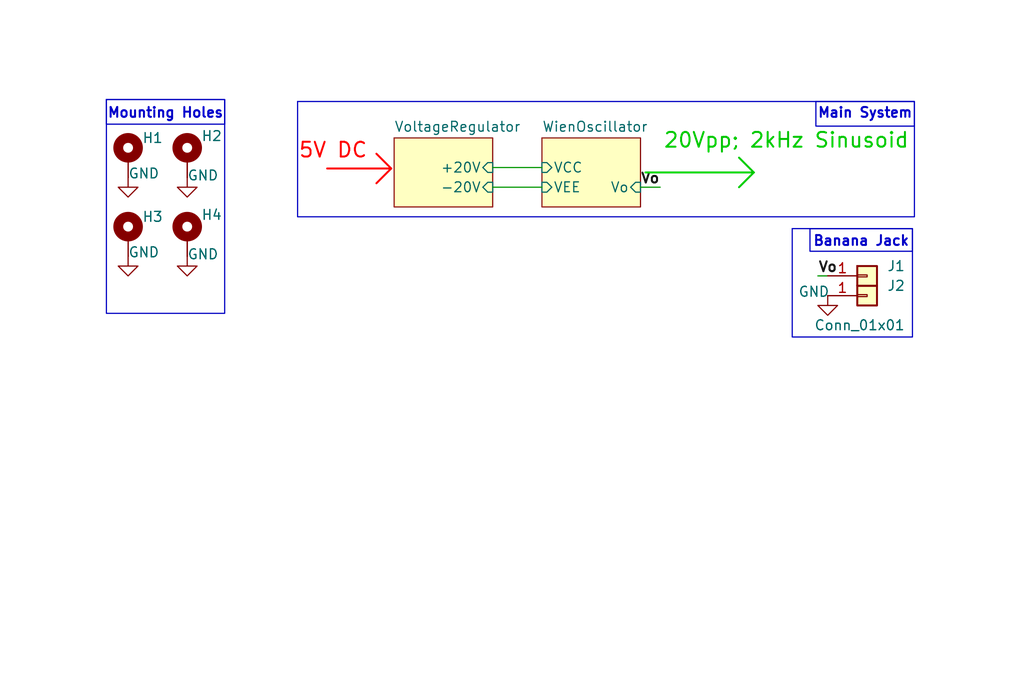
<source format=kicad_sch>
(kicad_sch
	(version 20231120)
	(generator "eeschema")
	(generator_version "8.0")
	(uuid "1d29a7fc-1fbc-4199-a284-9ee32b286530")
	(paper "User" 132 90)
	(title_block
		(title "Wien Bridge Oscillator")
		(date "2024-12-06")
		(rev "2.0")
		(company "Bandung Institute of Technology (ITB)")
		(comment 1 "Bostang Palaguna")
		(comment 2 "Designed by:")
	)
	(lib_symbols
		(symbol "Connector_Generic:Conn_01x01"
			(pin_names
				(offset 1.016) hide)
			(exclude_from_sim no)
			(in_bom yes)
			(on_board yes)
			(property "Reference" "J"
				(at 0 2.54 0)
				(effects
					(font
						(size 1.27 1.27)
					)
				)
			)
			(property "Value" "Conn_01x01"
				(at 0 -2.54 0)
				(effects
					(font
						(size 1.27 1.27)
					)
				)
			)
			(property "Footprint" ""
				(at 0 0 0)
				(effects
					(font
						(size 1.27 1.27)
					)
					(hide yes)
				)
			)
			(property "Datasheet" "~"
				(at 0 0 0)
				(effects
					(font
						(size 1.27 1.27)
					)
					(hide yes)
				)
			)
			(property "Description" "Generic connector, single row, 01x01, script generated (kicad-library-utils/schlib/autogen/connector/)"
				(at 0 0 0)
				(effects
					(font
						(size 1.27 1.27)
					)
					(hide yes)
				)
			)
			(property "ki_keywords" "connector"
				(at 0 0 0)
				(effects
					(font
						(size 1.27 1.27)
					)
					(hide yes)
				)
			)
			(property "ki_fp_filters" "Connector*:*_1x??_*"
				(at 0 0 0)
				(effects
					(font
						(size 1.27 1.27)
					)
					(hide yes)
				)
			)
			(symbol "Conn_01x01_1_1"
				(rectangle
					(start -1.27 0.127)
					(end 0 -0.127)
					(stroke
						(width 0.1524)
						(type default)
					)
					(fill
						(type none)
					)
				)
				(rectangle
					(start -1.27 1.27)
					(end 1.27 -1.27)
					(stroke
						(width 0.254)
						(type default)
					)
					(fill
						(type background)
					)
				)
				(pin passive line
					(at -5.08 0 0)
					(length 3.81)
					(name "Pin_1"
						(effects
							(font
								(size 1.27 1.27)
							)
						)
					)
					(number "1"
						(effects
							(font
								(size 1.27 1.27)
							)
						)
					)
				)
			)
		)
		(symbol "Mechanical:MountingHole_Pad"
			(pin_numbers hide)
			(pin_names
				(offset 1.016) hide)
			(exclude_from_sim yes)
			(in_bom no)
			(on_board yes)
			(property "Reference" "H"
				(at 0 6.35 0)
				(effects
					(font
						(size 1.27 1.27)
					)
				)
			)
			(property "Value" "MountingHole_Pad"
				(at 0 4.445 0)
				(effects
					(font
						(size 1.27 1.27)
					)
				)
			)
			(property "Footprint" ""
				(at 0 0 0)
				(effects
					(font
						(size 1.27 1.27)
					)
					(hide yes)
				)
			)
			(property "Datasheet" "~"
				(at 0 0 0)
				(effects
					(font
						(size 1.27 1.27)
					)
					(hide yes)
				)
			)
			(property "Description" "Mounting Hole with connection"
				(at 0 0 0)
				(effects
					(font
						(size 1.27 1.27)
					)
					(hide yes)
				)
			)
			(property "ki_keywords" "mounting hole"
				(at 0 0 0)
				(effects
					(font
						(size 1.27 1.27)
					)
					(hide yes)
				)
			)
			(property "ki_fp_filters" "MountingHole*Pad*"
				(at 0 0 0)
				(effects
					(font
						(size 1.27 1.27)
					)
					(hide yes)
				)
			)
			(symbol "MountingHole_Pad_0_1"
				(circle
					(center 0 1.27)
					(radius 1.27)
					(stroke
						(width 1.27)
						(type default)
					)
					(fill
						(type none)
					)
				)
			)
			(symbol "MountingHole_Pad_1_1"
				(pin input line
					(at 0 -2.54 90)
					(length 2.54)
					(name "1"
						(effects
							(font
								(size 1.27 1.27)
							)
						)
					)
					(number "1"
						(effects
							(font
								(size 1.27 1.27)
							)
						)
					)
				)
			)
		)
		(symbol "power:GND"
			(power)
			(pin_numbers hide)
			(pin_names
				(offset 0) hide)
			(exclude_from_sim no)
			(in_bom yes)
			(on_board yes)
			(property "Reference" "#PWR"
				(at 0 -6.35 0)
				(effects
					(font
						(size 1.27 1.27)
					)
					(hide yes)
				)
			)
			(property "Value" "GND"
				(at 0 -3.81 0)
				(effects
					(font
						(size 1.27 1.27)
					)
				)
			)
			(property "Footprint" ""
				(at 0 0 0)
				(effects
					(font
						(size 1.27 1.27)
					)
					(hide yes)
				)
			)
			(property "Datasheet" ""
				(at 0 0 0)
				(effects
					(font
						(size 1.27 1.27)
					)
					(hide yes)
				)
			)
			(property "Description" "Power symbol creates a global label with name \"GND\" , ground"
				(at 0 0 0)
				(effects
					(font
						(size 1.27 1.27)
					)
					(hide yes)
				)
			)
			(property "ki_keywords" "global power"
				(at 0 0 0)
				(effects
					(font
						(size 1.27 1.27)
					)
					(hide yes)
				)
			)
			(symbol "GND_0_1"
				(polyline
					(pts
						(xy 0 0) (xy 0 -1.27) (xy 1.27 -1.27) (xy 0 -2.54) (xy -1.27 -1.27) (xy 0 -1.27)
					)
					(stroke
						(width 0)
						(type default)
					)
					(fill
						(type none)
					)
				)
			)
			(symbol "GND_1_1"
				(pin power_in line
					(at 0 0 270)
					(length 0)
					(name "~"
						(effects
							(font
								(size 1.27 1.27)
							)
						)
					)
					(number "1"
						(effects
							(font
								(size 1.27 1.27)
							)
						)
					)
				)
			)
		)
	)
	(polyline
		(pts
			(xy 83.185 22.225) (xy 97.155 22.225)
		)
		(stroke
			(width 0.254)
			(type default)
			(color 0 194 0 1)
		)
		(uuid "2246e8b9-743a-44ea-843e-3928e7f5d6b4")
	)
	(polyline
		(pts
			(xy 48.514 19.812) (xy 50.419 21.717)
		)
		(stroke
			(width 0.254)
			(type default)
			(color 255 0 0 1)
		)
		(uuid "2423dcca-a0b2-48d6-ad71-922ce2e44d31")
	)
	(wire
		(pts
			(xy 105.41 35.56) (xy 106.68 35.56)
		)
		(stroke
			(width 0)
			(type default)
		)
		(uuid "26a0f094-1437-44ea-843e-83401f2adc13")
	)
	(wire
		(pts
			(xy 63.5 21.59) (xy 69.85 21.59)
		)
		(stroke
			(width 0)
			(type default)
		)
		(uuid "65f6c937-b1b1-4e4c-bb50-29f3c8df896d")
	)
	(polyline
		(pts
			(xy 48.514 23.622) (xy 50.419 21.717)
		)
		(stroke
			(width 0.254)
			(type default)
			(color 255 0 0 1)
		)
		(uuid "a9746ac7-0d60-4e42-8597-d8a83decbf1c")
	)
	(polyline
		(pts
			(xy 95.25 20.32) (xy 97.155 22.225)
		)
		(stroke
			(width 0.254)
			(type default)
			(color 0 194 0 1)
		)
		(uuid "aa1ccf92-a7a5-44d2-9f2e-3c51e0cab527")
	)
	(polyline
		(pts
			(xy 95.25 24.13) (xy 97.155 22.225)
		)
		(stroke
			(width 0.254)
			(type default)
			(color 0 194 0 1)
		)
		(uuid "c7e4f920-da01-45f4-a0c0-3bca54cde160")
	)
	(wire
		(pts
			(xy 63.5 24.13) (xy 69.85 24.13)
		)
		(stroke
			(width 0)
			(type default)
		)
		(uuid "d053c315-d139-4226-8fba-4d2a6d6426af")
	)
	(polyline
		(pts
			(xy 42.164 21.717) (xy 50.419 21.717)
		)
		(stroke
			(width 0.254)
			(type default)
			(color 255 0 0 1)
		)
		(uuid "dbe131f3-ac77-43c3-8356-807860ce8608")
	)
	(wire
		(pts
			(xy 85.09 24.13) (xy 82.55 24.13)
		)
		(stroke
			(width 0)
			(type default)
		)
		(uuid "f6ca1b9a-3a1b-4dfd-9bef-b9566d64a798")
	)
	(rectangle
		(start 38.354 13.081)
		(end 117.856 27.94)
		(stroke
			(width 0)
			(type default)
		)
		(fill
			(type none)
		)
		(uuid 142350af-f7a2-4af6-8aa4-7ecb341ed593)
	)
	(rectangle
		(start 102.108 29.464)
		(end 117.602 43.434)
		(stroke
			(width 0)
			(type default)
		)
		(fill
			(type none)
		)
		(uuid 3193baf8-4a03-48aa-845c-19852f315e26)
	)
	(rectangle
		(start 105.156 13.081)
		(end 117.856 16.256)
		(stroke
			(width 0)
			(type default)
		)
		(fill
			(type none)
		)
		(uuid 6bf764bd-1036-41c6-875f-db45a8954b15)
	)
	(rectangle
		(start 13.716 12.827)
		(end 28.956 40.386)
		(stroke
			(width 0)
			(type default)
		)
		(fill
			(type none)
		)
		(uuid 6fe0ed8c-56cb-45d1-a4f6-544f8ff0cba6)
	)
	(rectangle
		(start 13.716 12.827)
		(end 28.956 16.002)
		(stroke
			(width 0)
			(type default)
		)
		(fill
			(type none)
		)
		(uuid babd6b39-418b-4aa7-953f-62cad9707998)
	)
	(rectangle
		(start 104.394 29.464)
		(end 117.602 32.385)
		(stroke
			(width 0)
			(type default)
		)
		(fill
			(type none)
		)
		(uuid e013bd75-0edd-4569-9e49-dddc4345b804)
	)
	(text "20Vpp; 2kHz Sinusoid"
		(exclude_from_sim no)
		(at 101.346 18.288 0)
		(effects
			(font
				(size 1.905 1.905)
				(thickness 0.254)
				(bold yes)
				(color 0 194 0 1)
			)
		)
		(uuid "0ea36ad6-0e46-4f91-b057-ba29fdf9c0f2")
	)
	(text "5V DC"
		(exclude_from_sim no)
		(at 42.926 19.558 0)
		(effects
			(font
				(size 1.905 1.905)
				(thickness 0.254)
				(bold yes)
				(color 255 0 0 1)
			)
		)
		(uuid "44db0da3-d7fb-41b3-afed-161f16c51f0b")
	)
	(text "Mounting Holes"
		(exclude_from_sim no)
		(at 21.336 14.732 0)
		(effects
			(font
				(size 1.27 1.27)
				(thickness 0.254)
				(bold yes)
			)
		)
		(uuid "775dd6db-cc84-4853-ac80-fe8b243f382a")
	)
	(text "Banana Jack"
		(exclude_from_sim no)
		(at 110.998 31.242 0)
		(effects
			(font
				(size 1.27 1.27)
				(thickness 0.254)
				(bold yes)
			)
		)
		(uuid "9809240e-fcef-4f31-93c0-5a407c2af8d2")
	)
	(text "Main System"
		(exclude_from_sim no)
		(at 111.506 14.732 0)
		(effects
			(font
				(size 1.27 1.27)
				(thickness 0.254)
				(bold yes)
			)
		)
		(uuid "99941c72-62c8-4124-b537-5dcd1a5b1be6")
	)
	(label "Vo"
		(at 85.09 24.13 180)
		(fields_autoplaced yes)
		(effects
			(font
				(size 1.27 1.27)
				(thickness 0.254)
				(bold yes)
			)
			(justify right bottom)
		)
		(uuid "6ac40c1f-5e86-4458-9951-2bd2773c4aad")
	)
	(label "Vo"
		(at 105.41 35.56 0)
		(fields_autoplaced yes)
		(effects
			(font
				(size 1.27 1.27)
				(thickness 0.254)
				(bold yes)
			)
			(justify left bottom)
		)
		(uuid "c9b45168-aa2a-46ce-9554-cd9c1398bb2c")
	)
	(symbol
		(lib_id "Connector_Generic:Conn_01x01")
		(at 111.76 35.56 0)
		(unit 1)
		(exclude_from_sim no)
		(in_bom yes)
		(on_board yes)
		(dnp no)
		(fields_autoplaced yes)
		(uuid "3a06c1c9-6d14-4857-aad8-3ae68ed97cfe")
		(property "Reference" "J1"
			(at 114.3 34.2899 0)
			(effects
				(font
					(size 1.27 1.27)
				)
				(justify left)
			)
		)
		(property "Value" "Conn_01x01"
			(at 114.3 36.8299 0)
			(effects
				(font
					(size 1.27 1.27)
				)
				(justify left)
				(hide yes)
			)
		)
		(property "Footprint" "TestPoint:TestPoint_Pad_4.0x4.0mm"
			(at 111.76 35.56 0)
			(effects
				(font
					(size 1.27 1.27)
				)
				(hide yes)
			)
		)
		(property "Datasheet" "~"
			(at 111.76 35.56 0)
			(effects
				(font
					(size 1.27 1.27)
				)
				(hide yes)
			)
		)
		(property "Description" "Generic connector, single row, 01x01, script generated (kicad-library-utils/schlib/autogen/connector/)"
			(at 111.76 35.56 0)
			(effects
				(font
					(size 1.27 1.27)
				)
				(hide yes)
			)
		)
		(pin "1"
			(uuid "7f69bb1b-1ab3-4dba-94df-8573d0b05376")
		)
		(instances
			(project "Oscillator"
				(path "/1d29a7fc-1fbc-4199-a284-9ee32b286530"
					(reference "J1")
					(unit 1)
				)
			)
		)
	)
	(symbol
		(lib_id "power:GND")
		(at 24.13 22.86 0)
		(unit 1)
		(exclude_from_sim no)
		(in_bom yes)
		(on_board yes)
		(dnp no)
		(uuid "7166caa5-b873-4418-980a-12b822c2ccfb")
		(property "Reference" "#PWR022"
			(at 24.13 29.21 0)
			(effects
				(font
					(size 1.27 1.27)
				)
				(hide yes)
			)
		)
		(property "Value" "GND"
			(at 26.162 22.606 0)
			(effects
				(font
					(size 1.27 1.27)
				)
			)
		)
		(property "Footprint" ""
			(at 24.13 22.86 0)
			(effects
				(font
					(size 1.27 1.27)
				)
				(hide yes)
			)
		)
		(property "Datasheet" ""
			(at 24.13 22.86 0)
			(effects
				(font
					(size 1.27 1.27)
				)
				(hide yes)
			)
		)
		(property "Description" "Power symbol creates a global label with name \"GND\" , ground"
			(at 24.13 22.86 0)
			(effects
				(font
					(size 1.27 1.27)
				)
				(hide yes)
			)
		)
		(pin "1"
			(uuid "2aa1c90c-cb9e-4dfa-939c-847f3d24a704")
		)
		(instances
			(project "Oscillator"
				(path "/1d29a7fc-1fbc-4199-a284-9ee32b286530"
					(reference "#PWR022")
					(unit 1)
				)
			)
		)
	)
	(symbol
		(lib_id "power:GND")
		(at 24.13 33.02 0)
		(unit 1)
		(exclude_from_sim no)
		(in_bom yes)
		(on_board yes)
		(dnp no)
		(uuid "84489b5b-108a-4285-8a5f-41c4a714afb2")
		(property "Reference" "#PWR024"
			(at 24.13 39.37 0)
			(effects
				(font
					(size 1.27 1.27)
				)
				(hide yes)
			)
		)
		(property "Value" "GND"
			(at 26.162 32.766 0)
			(effects
				(font
					(size 1.27 1.27)
				)
			)
		)
		(property "Footprint" ""
			(at 24.13 33.02 0)
			(effects
				(font
					(size 1.27 1.27)
				)
				(hide yes)
			)
		)
		(property "Datasheet" ""
			(at 24.13 33.02 0)
			(effects
				(font
					(size 1.27 1.27)
				)
				(hide yes)
			)
		)
		(property "Description" "Power symbol creates a global label with name \"GND\" , ground"
			(at 24.13 33.02 0)
			(effects
				(font
					(size 1.27 1.27)
				)
				(hide yes)
			)
		)
		(pin "1"
			(uuid "aea9e81f-1074-4123-98f7-800c5fd64430")
		)
		(instances
			(project "Oscillator"
				(path "/1d29a7fc-1fbc-4199-a284-9ee32b286530"
					(reference "#PWR024")
					(unit 1)
				)
			)
		)
	)
	(symbol
		(lib_id "Connector_Generic:Conn_01x01")
		(at 111.76 38.1 0)
		(unit 1)
		(exclude_from_sim no)
		(in_bom yes)
		(on_board yes)
		(dnp no)
		(uuid "8efda23c-8557-45ae-b993-810c37465697")
		(property "Reference" "J2"
			(at 114.3 36.8299 0)
			(effects
				(font
					(size 1.27 1.27)
				)
				(justify left)
			)
		)
		(property "Value" "Conn_01x01"
			(at 104.902 41.91 0)
			(effects
				(font
					(size 1.27 1.27)
				)
				(justify left)
			)
		)
		(property "Footprint" "TestPoint:TestPoint_Pad_4.0x4.0mm"
			(at 111.76 38.1 0)
			(effects
				(font
					(size 1.27 1.27)
				)
				(hide yes)
			)
		)
		(property "Datasheet" "~"
			(at 111.76 38.1 0)
			(effects
				(font
					(size 1.27 1.27)
				)
				(hide yes)
			)
		)
		(property "Description" "Generic connector, single row, 01x01, script generated (kicad-library-utils/schlib/autogen/connector/)"
			(at 111.76 38.1 0)
			(effects
				(font
					(size 1.27 1.27)
				)
				(hide yes)
			)
		)
		(pin "1"
			(uuid "ff9bf8aa-cb08-48d7-bd6f-bec4eba715e0")
		)
		(instances
			(project "Oscillator"
				(path "/1d29a7fc-1fbc-4199-a284-9ee32b286530"
					(reference "J2")
					(unit 1)
				)
			)
		)
	)
	(symbol
		(lib_id "Mechanical:MountingHole_Pad")
		(at 16.51 20.32 0)
		(unit 1)
		(exclude_from_sim yes)
		(in_bom no)
		(on_board yes)
		(dnp no)
		(uuid "926b4181-29b3-48a8-9eda-911b1fc96c04")
		(property "Reference" "H1"
			(at 18.288 17.78 0)
			(effects
				(font
					(size 1.27 1.27)
				)
				(justify left)
			)
		)
		(property "Value" "MountingHole_Pad"
			(at 19.05 20.3199 0)
			(effects
				(font
					(size 1.27 1.27)
				)
				(justify left)
				(hide yes)
			)
		)
		(property "Footprint" "MountingHole:MountingHole_2.2mm_M2_Pad_Via"
			(at 16.51 20.32 0)
			(effects
				(font
					(size 1.27 1.27)
				)
				(hide yes)
			)
		)
		(property "Datasheet" "~"
			(at 16.51 20.32 0)
			(effects
				(font
					(size 1.27 1.27)
				)
				(hide yes)
			)
		)
		(property "Description" "Mounting Hole with connection"
			(at 16.51 20.32 0)
			(effects
				(font
					(size 1.27 1.27)
				)
				(hide yes)
			)
		)
		(pin "1"
			(uuid "50eedc80-a43e-4b00-aa2e-72cff7de3e2a")
		)
		(instances
			(project ""
				(path "/1d29a7fc-1fbc-4199-a284-9ee32b286530"
					(reference "H1")
					(unit 1)
				)
			)
		)
	)
	(symbol
		(lib_id "power:GND")
		(at 16.51 33.02 0)
		(unit 1)
		(exclude_from_sim no)
		(in_bom yes)
		(on_board yes)
		(dnp no)
		(uuid "9b966a97-8ad3-4ed5-8c8b-3b705a92c8c4")
		(property "Reference" "#PWR023"
			(at 16.51 39.37 0)
			(effects
				(font
					(size 1.27 1.27)
				)
				(hide yes)
			)
		)
		(property "Value" "GND"
			(at 18.542 32.512 0)
			(effects
				(font
					(size 1.27 1.27)
				)
			)
		)
		(property "Footprint" ""
			(at 16.51 33.02 0)
			(effects
				(font
					(size 1.27 1.27)
				)
				(hide yes)
			)
		)
		(property "Datasheet" ""
			(at 16.51 33.02 0)
			(effects
				(font
					(size 1.27 1.27)
				)
				(hide yes)
			)
		)
		(property "Description" "Power symbol creates a global label with name \"GND\" , ground"
			(at 16.51 33.02 0)
			(effects
				(font
					(size 1.27 1.27)
				)
				(hide yes)
			)
		)
		(pin "1"
			(uuid "810faa14-37ac-4281-8dc8-e38fc2d97c24")
		)
		(instances
			(project "Oscillator"
				(path "/1d29a7fc-1fbc-4199-a284-9ee32b286530"
					(reference "#PWR023")
					(unit 1)
				)
			)
		)
	)
	(symbol
		(lib_id "Mechanical:MountingHole_Pad")
		(at 16.51 30.48 0)
		(unit 1)
		(exclude_from_sim yes)
		(in_bom no)
		(on_board yes)
		(dnp no)
		(uuid "aa7430ad-5eef-4ab0-9d52-571bd7757e7c")
		(property "Reference" "H3"
			(at 18.288 27.94 0)
			(effects
				(font
					(size 1.27 1.27)
				)
				(justify left)
			)
		)
		(property "Value" "MountingHole_Pad"
			(at 19.05 30.4799 0)
			(effects
				(font
					(size 1.27 1.27)
				)
				(justify left)
				(hide yes)
			)
		)
		(property "Footprint" "MountingHole:MountingHole_2.2mm_M2_Pad_Via"
			(at 16.51 30.48 0)
			(effects
				(font
					(size 1.27 1.27)
				)
				(hide yes)
			)
		)
		(property "Datasheet" "~"
			(at 16.51 30.48 0)
			(effects
				(font
					(size 1.27 1.27)
				)
				(hide yes)
			)
		)
		(property "Description" "Mounting Hole with connection"
			(at 16.51 30.48 0)
			(effects
				(font
					(size 1.27 1.27)
				)
				(hide yes)
			)
		)
		(pin "1"
			(uuid "535ce211-bb29-4230-a902-dc3801b5f636")
		)
		(instances
			(project "Oscillator"
				(path "/1d29a7fc-1fbc-4199-a284-9ee32b286530"
					(reference "H3")
					(unit 1)
				)
			)
		)
	)
	(symbol
		(lib_id "Mechanical:MountingHole_Pad")
		(at 24.13 30.48 0)
		(unit 1)
		(exclude_from_sim yes)
		(in_bom no)
		(on_board yes)
		(dnp no)
		(uuid "b26bda80-2ed8-4ee4-ae7e-7cbffe260df6")
		(property "Reference" "H4"
			(at 25.908 27.686 0)
			(effects
				(font
					(size 1.27 1.27)
				)
				(justify left)
			)
		)
		(property "Value" "MountingHole_Pad"
			(at 26.67 30.4799 0)
			(effects
				(font
					(size 1.27 1.27)
				)
				(justify left)
				(hide yes)
			)
		)
		(property "Footprint" "MountingHole:MountingHole_2.2mm_M2_Pad_Via"
			(at 24.13 30.48 0)
			(effects
				(font
					(size 1.27 1.27)
				)
				(hide yes)
			)
		)
		(property "Datasheet" "~"
			(at 24.13 30.48 0)
			(effects
				(font
					(size 1.27 1.27)
				)
				(hide yes)
			)
		)
		(property "Description" "Mounting Hole with connection"
			(at 24.13 30.48 0)
			(effects
				(font
					(size 1.27 1.27)
				)
				(hide yes)
			)
		)
		(pin "1"
			(uuid "ccabd3b2-7c1d-4d83-8ebd-59a1664189ca")
		)
		(instances
			(project "Oscillator"
				(path "/1d29a7fc-1fbc-4199-a284-9ee32b286530"
					(reference "H4")
					(unit 1)
				)
			)
		)
	)
	(symbol
		(lib_id "power:GND")
		(at 106.68 38.1 0)
		(unit 1)
		(exclude_from_sim no)
		(in_bom yes)
		(on_board yes)
		(dnp no)
		(uuid "ea07bd7d-5f81-4b4a-8b82-916fa59c8ed4")
		(property "Reference" "#PWR025"
			(at 106.68 44.45 0)
			(effects
				(font
					(size 1.27 1.27)
				)
				(hide yes)
			)
		)
		(property "Value" "GND"
			(at 104.902 37.592 0)
			(effects
				(font
					(size 1.27 1.27)
				)
			)
		)
		(property "Footprint" ""
			(at 106.68 38.1 0)
			(effects
				(font
					(size 1.27 1.27)
				)
				(hide yes)
			)
		)
		(property "Datasheet" ""
			(at 106.68 38.1 0)
			(effects
				(font
					(size 1.27 1.27)
				)
				(hide yes)
			)
		)
		(property "Description" "Power symbol creates a global label with name \"GND\" , ground"
			(at 106.68 38.1 0)
			(effects
				(font
					(size 1.27 1.27)
				)
				(hide yes)
			)
		)
		(pin "1"
			(uuid "f4d4677e-f9d7-4000-aab1-d7582be29c6c")
		)
		(instances
			(project "Oscillator"
				(path "/1d29a7fc-1fbc-4199-a284-9ee32b286530"
					(reference "#PWR025")
					(unit 1)
				)
			)
		)
	)
	(symbol
		(lib_id "power:GND")
		(at 16.51 22.86 0)
		(unit 1)
		(exclude_from_sim no)
		(in_bom yes)
		(on_board yes)
		(dnp no)
		(uuid "f688004c-5975-403b-a41f-8bf9b07c52d2")
		(property "Reference" "#PWR021"
			(at 16.51 29.21 0)
			(effects
				(font
					(size 1.27 1.27)
				)
				(hide yes)
			)
		)
		(property "Value" "GND"
			(at 18.542 22.352 0)
			(effects
				(font
					(size 1.27 1.27)
				)
			)
		)
		(property "Footprint" ""
			(at 16.51 22.86 0)
			(effects
				(font
					(size 1.27 1.27)
				)
				(hide yes)
			)
		)
		(property "Datasheet" ""
			(at 16.51 22.86 0)
			(effects
				(font
					(size 1.27 1.27)
				)
				(hide yes)
			)
		)
		(property "Description" "Power symbol creates a global label with name \"GND\" , ground"
			(at 16.51 22.86 0)
			(effects
				(font
					(size 1.27 1.27)
				)
				(hide yes)
			)
		)
		(pin "1"
			(uuid "6a1f4442-0c6b-4282-bc43-39d7fe02a565")
		)
		(instances
			(project "Oscillator"
				(path "/1d29a7fc-1fbc-4199-a284-9ee32b286530"
					(reference "#PWR021")
					(unit 1)
				)
			)
		)
	)
	(symbol
		(lib_id "Mechanical:MountingHole_Pad")
		(at 24.13 20.32 0)
		(unit 1)
		(exclude_from_sim yes)
		(in_bom no)
		(on_board yes)
		(dnp no)
		(uuid "fe652ff3-9d88-45a1-8398-80aabc6c8c41")
		(property "Reference" "H2"
			(at 25.908 17.526 0)
			(effects
				(font
					(size 1.27 1.27)
				)
				(justify left)
			)
		)
		(property "Value" "MountingHole_Pad"
			(at 26.67 20.3199 0)
			(effects
				(font
					(size 1.27 1.27)
				)
				(justify left)
				(hide yes)
			)
		)
		(property "Footprint" "MountingHole:MountingHole_2.2mm_M2_Pad_Via"
			(at 24.13 20.32 0)
			(effects
				(font
					(size 1.27 1.27)
				)
				(hide yes)
			)
		)
		(property "Datasheet" "~"
			(at 24.13 20.32 0)
			(effects
				(font
					(size 1.27 1.27)
				)
				(hide yes)
			)
		)
		(property "Description" "Mounting Hole with connection"
			(at 24.13 20.32 0)
			(effects
				(font
					(size 1.27 1.27)
				)
				(hide yes)
			)
		)
		(pin "1"
			(uuid "577b9262-49ce-472f-811f-69560d4ac194")
		)
		(instances
			(project "Oscillator"
				(path "/1d29a7fc-1fbc-4199-a284-9ee32b286530"
					(reference "H2")
					(unit 1)
				)
			)
		)
	)
	(sheet
		(at 69.85 17.78)
		(size 12.7 8.89)
		(stroke
			(width 0.1524)
			(type solid)
		)
		(fill
			(color 255 255 194 1.0000)
		)
		(uuid "97819619-fb50-46fb-ae63-8f8da4fd6248")
		(property "Sheetname" "WienOscillator"
			(at 69.85 17.0684 0)
			(effects
				(font
					(size 1.27 1.27)
				)
				(justify left bottom)
			)
		)
		(property "Sheetfile" "WiennOscillator.kicad_sch"
			(at 82.042 27.686 0)
			(effects
				(font
					(size 1.27 1.27)
				)
				(justify left top)
				(hide yes)
			)
		)
		(pin "VEE" input
			(at 69.85 24.13 180)
			(effects
				(font
					(size 1.27 1.27)
				)
				(justify left)
			)
			(uuid "c2a7e0da-0402-4ee8-9150-872fdfd1cdfb")
		)
		(pin "VCC" input
			(at 69.85 21.59 180)
			(effects
				(font
					(size 1.27 1.27)
				)
				(justify left)
			)
			(uuid "f5a90ca2-140f-4365-bbf3-4b331ff5ee48")
		)
		(pin "Vo" input
			(at 82.55 24.13 0)
			(effects
				(font
					(size 1.27 1.27)
				)
				(justify right)
			)
			(uuid "7c57cd75-129d-4b04-8fa0-1917520ccd8c")
		)
		(instances
			(project "Oscillator"
				(path "/1d29a7fc-1fbc-4199-a284-9ee32b286530"
					(page "2")
				)
			)
		)
	)
	(sheet
		(at 50.8 17.78)
		(size 12.7 8.89)
		(stroke
			(width 0.1524)
			(type solid)
		)
		(fill
			(color 255 255 194 1.0000)
		)
		(uuid "c5eb3802-b6c2-425a-8e36-788866b59005")
		(property "Sheetname" "VoltageRegulator"
			(at 50.8 17.0684 0)
			(effects
				(font
					(size 1.27 1.27)
				)
				(justify left bottom)
			)
		)
		(property "Sheetfile" "VoltageRegulator.kicad_sch"
			(at 41.91 27.686 0)
			(effects
				(font
					(size 1.27 1.27)
				)
				(justify left top)
				(hide yes)
			)
		)
		(pin "-20V" input
			(at 63.5 24.13 0)
			(effects
				(font
					(size 1.27 1.27)
				)
				(justify right)
			)
			(uuid "cf489c46-91f1-4438-be65-8e19129845b2")
		)
		(pin "+20V" input
			(at 63.5 21.59 0)
			(effects
				(font
					(size 1.27 1.27)
				)
				(justify right)
			)
			(uuid "36532fb5-5cbc-425f-b67d-5ac168f79490")
		)
		(instances
			(project "Oscillator"
				(path "/1d29a7fc-1fbc-4199-a284-9ee32b286530"
					(page "3")
				)
			)
		)
	)
	(sheet_instances
		(path "/"
			(page "1")
		)
	)
)

</source>
